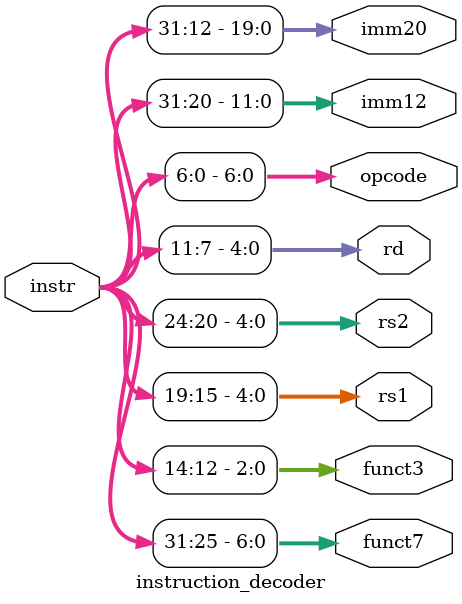
<source format=sv>

module instruction_decoder(
    input       [31:0]      instr,
    output      [6:0]       funct7,
    output      [2:0]       funct3,
    output      [4:0]       rs1, rs2, rd,
    output      [6:0]       opcode,
    output      [11:0]      imm12,
    output      [19:0]      imm20
    );

    // get all fields of instruction
    assign  funct7  = instr[31:25];     // R-type
    assign  rs2     = instr[24:20];     // R-type
    assign  rs1     = instr[19:15];     // R-type  I-type
    assign  funct3  = instr[14:12];     // R-type  I-type
    assign  rd      = instr[11:7];      // R-type  I-type
    assign  opcode  = instr[6:0];       // R-type  I-type
    assign  imm12   = instr[31:20];     //         I-type
    assign  imm20   = instr[31:12];     // U-type
    // TODO J-type fields
endmodule
</source>
